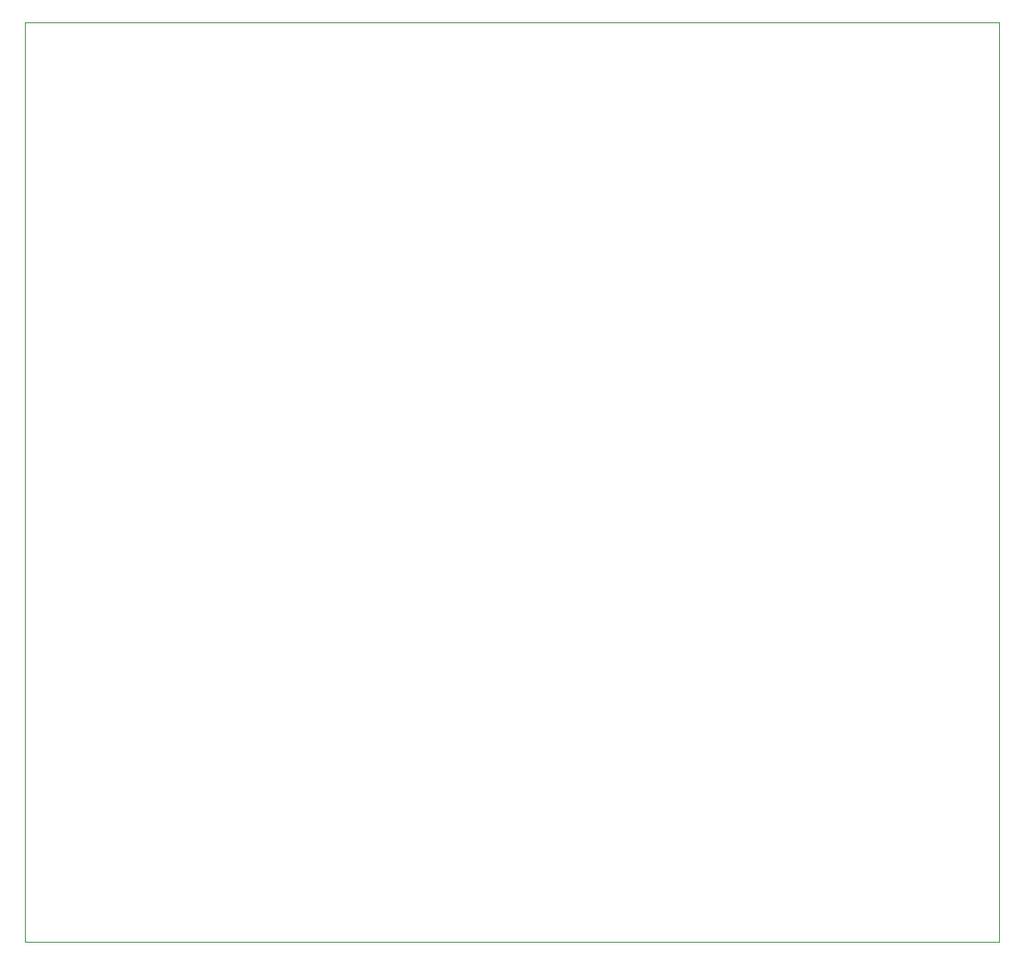
<source format=gbr>
%TF.GenerationSoftware,KiCad,Pcbnew,8.0.3*%
%TF.CreationDate,2024-06-12T06:48:37+01:00*%
%TF.ProjectId,meiaonda,6d656961-6f6e-4646-912e-6b696361645f,rev?*%
%TF.SameCoordinates,Original*%
%TF.FileFunction,Profile,NP*%
%FSLAX46Y46*%
G04 Gerber Fmt 4.6, Leading zero omitted, Abs format (unit mm)*
G04 Created by KiCad (PCBNEW 8.0.3) date 2024-06-12 06:48:37*
%MOMM*%
%LPD*%
G01*
G04 APERTURE LIST*
%TA.AperFunction,Profile*%
%ADD10C,0.050000*%
%TD*%
G04 APERTURE END LIST*
D10*
X80340000Y-39890000D02*
X176320000Y-39890000D01*
X176320000Y-130440000D01*
X80340000Y-130440000D01*
X80340000Y-39890000D01*
M02*

</source>
